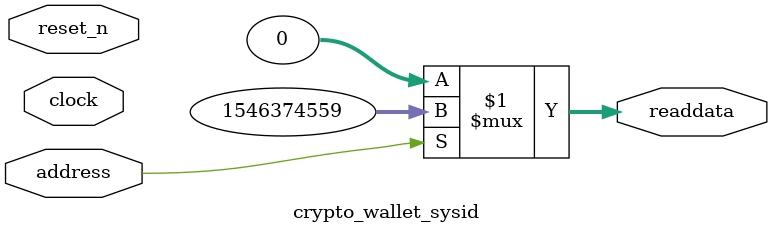
<source format=v>



// synthesis translate_off
`timescale 1ns / 1ps
// synthesis translate_on

// turn off superfluous verilog processor warnings 
// altera message_level Level1 
// altera message_off 10034 10035 10036 10037 10230 10240 10030 

module crypto_wallet_sysid (
               // inputs:
                address,
                clock,
                reset_n,

               // outputs:
                readdata
             )
;

  output  [ 31: 0] readdata;
  input            address;
  input            clock;
  input            reset_n;

  wire    [ 31: 0] readdata;
  //control_slave, which is an e_avalon_slave
  assign readdata = address ? 1546374559 : 0;

endmodule



</source>
